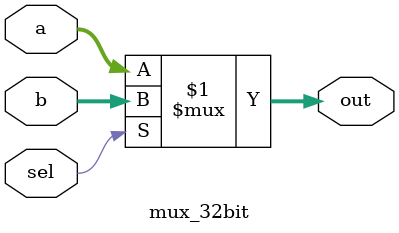
<source format=sv>
module mux_32bit(
   input  logic [W-1:0] a,
   input  logic [W-1:0] b,
   input  logic         sel,

   output logic [W-1:0] out
);
parameter W = 32;
assign out = (sel) ? b : a;
endmodule

</source>
